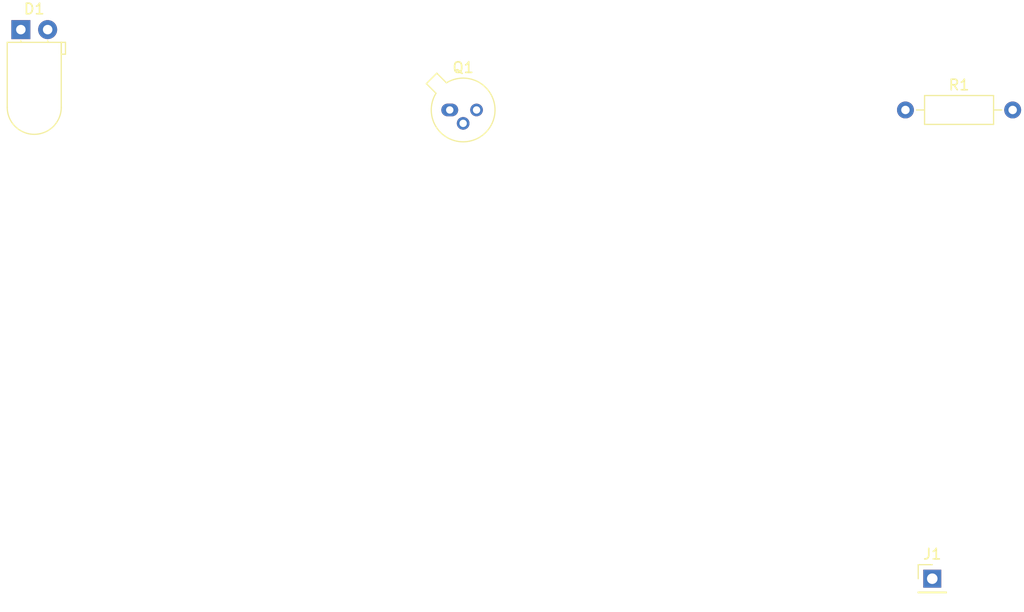
<source format=kicad_pcb>
(kicad_pcb (version 20171130) (host pcbnew 5.1.10-88a1d61d58~88~ubuntu18.04.1)

  (general
    (thickness 1.6)
    (drawings 0)
    (tracks 0)
    (zones 0)
    (modules 4)
    (nets 6)
  )

  (page A4)
  (layers
    (0 F.Cu signal)
    (31 B.Cu signal)
    (32 B.Adhes user)
    (33 F.Adhes user)
    (34 B.Paste user)
    (35 F.Paste user)
    (36 B.SilkS user)
    (37 F.SilkS user)
    (38 B.Mask user)
    (39 F.Mask user)
    (40 Dwgs.User user)
    (41 Cmts.User user)
    (42 Eco1.User user)
    (43 Eco2.User user)
    (44 Edge.Cuts user)
    (45 Margin user)
    (46 B.CrtYd user)
    (47 F.CrtYd user)
    (48 B.Fab user)
    (49 F.Fab user)
  )

  (setup
    (last_trace_width 0.25)
    (trace_clearance 0.2)
    (zone_clearance 0.508)
    (zone_45_only no)
    (trace_min 0.2)
    (via_size 0.8)
    (via_drill 0.4)
    (via_min_size 0.4)
    (via_min_drill 0.3)
    (uvia_size 0.3)
    (uvia_drill 0.1)
    (uvias_allowed no)
    (uvia_min_size 0.2)
    (uvia_min_drill 0.1)
    (edge_width 0.05)
    (segment_width 0.2)
    (pcb_text_width 0.3)
    (pcb_text_size 1.5 1.5)
    (mod_edge_width 0.12)
    (mod_text_size 1 1)
    (mod_text_width 0.15)
    (pad_size 1.524 1.524)
    (pad_drill 0.762)
    (pad_to_mask_clearance 0)
    (aux_axis_origin 0 0)
    (visible_elements FFFFFF7F)
    (pcbplotparams
      (layerselection 0x010fc_ffffffff)
      (usegerberextensions false)
      (usegerberattributes true)
      (usegerberadvancedattributes true)
      (creategerberjobfile true)
      (excludeedgelayer true)
      (linewidth 0.100000)
      (plotframeref false)
      (viasonmask false)
      (mode 1)
      (useauxorigin false)
      (hpglpennumber 1)
      (hpglpenspeed 20)
      (hpglpendiameter 15.000000)
      (psnegative false)
      (psa4output false)
      (plotreference true)
      (plotvalue true)
      (plotinvisibletext false)
      (padsonsilk false)
      (subtractmaskfromsilk false)
      (outputformat 1)
      (mirror false)
      (drillshape 1)
      (scaleselection 1)
      (outputdirectory ""))
  )

  (net 0 "")
  (net 1 "Net-(D1-Pad2)")
  (net 2 "Net-(Q1-Pad2)")
  (net 3 +3V3)
  (net 4 GND)
  (net 5 "Net-(J1-Pad1)")

  (net_class Default "This is the default net class."
    (clearance 0.2)
    (trace_width 0.25)
    (via_dia 0.8)
    (via_drill 0.4)
    (uvia_dia 0.3)
    (uvia_drill 0.1)
    (add_net +3V3)
    (add_net GND)
    (add_net "Net-(D1-Pad2)")
    (add_net "Net-(J1-Pad1)")
    (add_net "Net-(Q1-Pad2)")
  )

  (module Resistor_THT:R_Axial_DIN0207_L6.3mm_D2.5mm_P10.16mm_Horizontal (layer F.Cu) (tedit 5AE5139B) (tstamp 60BBD520)
    (at 166.37 80.01)
    (descr "Resistor, Axial_DIN0207 series, Axial, Horizontal, pin pitch=10.16mm, 0.25W = 1/4W, length*diameter=6.3*2.5mm^2, http://cdn-reichelt.de/documents/datenblatt/B400/1_4W%23YAG.pdf")
    (tags "Resistor Axial_DIN0207 series Axial Horizontal pin pitch 10.16mm 0.25W = 1/4W length 6.3mm diameter 2.5mm")
    (path /60BBF3BA)
    (fp_text reference R1 (at 5.08 -2.37) (layer F.SilkS)
      (effects (font (size 1 1) (thickness 0.15)))
    )
    (fp_text value 250 (at 5.08 2.37) (layer F.Fab)
      (effects (font (size 1 1) (thickness 0.15)))
    )
    (fp_text user %R (at 5.08 0) (layer F.Fab)
      (effects (font (size 1 1) (thickness 0.15)))
    )
    (fp_line (start 1.93 -1.25) (end 1.93 1.25) (layer F.Fab) (width 0.1))
    (fp_line (start 1.93 1.25) (end 8.23 1.25) (layer F.Fab) (width 0.1))
    (fp_line (start 8.23 1.25) (end 8.23 -1.25) (layer F.Fab) (width 0.1))
    (fp_line (start 8.23 -1.25) (end 1.93 -1.25) (layer F.Fab) (width 0.1))
    (fp_line (start 0 0) (end 1.93 0) (layer F.Fab) (width 0.1))
    (fp_line (start 10.16 0) (end 8.23 0) (layer F.Fab) (width 0.1))
    (fp_line (start 1.81 -1.37) (end 1.81 1.37) (layer F.SilkS) (width 0.12))
    (fp_line (start 1.81 1.37) (end 8.35 1.37) (layer F.SilkS) (width 0.12))
    (fp_line (start 8.35 1.37) (end 8.35 -1.37) (layer F.SilkS) (width 0.12))
    (fp_line (start 8.35 -1.37) (end 1.81 -1.37) (layer F.SilkS) (width 0.12))
    (fp_line (start 1.04 0) (end 1.81 0) (layer F.SilkS) (width 0.12))
    (fp_line (start 9.12 0) (end 8.35 0) (layer F.SilkS) (width 0.12))
    (fp_line (start -1.05 -1.5) (end -1.05 1.5) (layer F.CrtYd) (width 0.05))
    (fp_line (start -1.05 1.5) (end 11.21 1.5) (layer F.CrtYd) (width 0.05))
    (fp_line (start 11.21 1.5) (end 11.21 -1.5) (layer F.CrtYd) (width 0.05))
    (fp_line (start 11.21 -1.5) (end -1.05 -1.5) (layer F.CrtYd) (width 0.05))
    (pad 2 thru_hole oval (at 10.16 0) (size 1.6 1.6) (drill 0.8) (layers *.Cu *.Mask)
      (net 2 "Net-(Q1-Pad2)"))
    (pad 1 thru_hole circle (at 0 0) (size 1.6 1.6) (drill 0.8) (layers *.Cu *.Mask)
      (net 5 "Net-(J1-Pad1)"))
    (model ${KISYS3DMOD}/Resistor_THT.3dshapes/R_Axial_DIN0207_L6.3mm_D2.5mm_P10.16mm_Horizontal.wrl
      (at (xyz 0 0 0))
      (scale (xyz 1 1 1))
      (rotate (xyz 0 0 0))
    )
  )

  (module Connector_PinHeader_2.54mm:PinHeader_1x01_P2.54mm_Vertical (layer F.Cu) (tedit 59FED5CC) (tstamp 60BBD4E1)
    (at 168.91 124.46)
    (descr "Through hole straight pin header, 1x01, 2.54mm pitch, single row")
    (tags "Through hole pin header THT 1x01 2.54mm single row")
    (path /60BCA2D3)
    (fp_text reference J1 (at 0 -2.33) (layer F.SilkS)
      (effects (font (size 1 1) (thickness 0.15)))
    )
    (fp_text value Conn_01x01_Male (at 0 2.33) (layer F.Fab)
      (effects (font (size 1 1) (thickness 0.15)))
    )
    (fp_text user %R (at 0 0 90) (layer F.Fab)
      (effects (font (size 1 1) (thickness 0.15)))
    )
    (fp_line (start -0.635 -1.27) (end 1.27 -1.27) (layer F.Fab) (width 0.1))
    (fp_line (start 1.27 -1.27) (end 1.27 1.27) (layer F.Fab) (width 0.1))
    (fp_line (start 1.27 1.27) (end -1.27 1.27) (layer F.Fab) (width 0.1))
    (fp_line (start -1.27 1.27) (end -1.27 -0.635) (layer F.Fab) (width 0.1))
    (fp_line (start -1.27 -0.635) (end -0.635 -1.27) (layer F.Fab) (width 0.1))
    (fp_line (start -1.33 1.33) (end 1.33 1.33) (layer F.SilkS) (width 0.12))
    (fp_line (start -1.33 1.27) (end -1.33 1.33) (layer F.SilkS) (width 0.12))
    (fp_line (start 1.33 1.27) (end 1.33 1.33) (layer F.SilkS) (width 0.12))
    (fp_line (start -1.33 1.27) (end 1.33 1.27) (layer F.SilkS) (width 0.12))
    (fp_line (start -1.33 0) (end -1.33 -1.33) (layer F.SilkS) (width 0.12))
    (fp_line (start -1.33 -1.33) (end 0 -1.33) (layer F.SilkS) (width 0.12))
    (fp_line (start -1.8 -1.8) (end -1.8 1.8) (layer F.CrtYd) (width 0.05))
    (fp_line (start -1.8 1.8) (end 1.8 1.8) (layer F.CrtYd) (width 0.05))
    (fp_line (start 1.8 1.8) (end 1.8 -1.8) (layer F.CrtYd) (width 0.05))
    (fp_line (start 1.8 -1.8) (end -1.8 -1.8) (layer F.CrtYd) (width 0.05))
    (pad 1 thru_hole rect (at 0 0) (size 1.7 1.7) (drill 1) (layers *.Cu *.Mask)
      (net 5 "Net-(J1-Pad1)"))
    (model ${KISYS3DMOD}/Connector_PinHeader_2.54mm.3dshapes/PinHeader_1x01_P2.54mm_Vertical.wrl
      (at (xyz 0 0 0))
      (scale (xyz 1 1 1))
      (rotate (xyz 0 0 0))
    )
  )

  (module LED_THT:LED_D5.0mm_Horizontal_O1.27mm_Z3.0mm (layer F.Cu) (tedit 5880A862) (tstamp 60BBD4CC)
    (at 82.55 72.39)
    (descr "LED, diameter 5.0mm z-position of LED center 3.0mm, 2 pins")
    (tags "LED diameter 5.0mm z-position of LED center 3.0mm 2 pins")
    (path /60BB7583)
    (fp_text reference D1 (at 1.27 -1.96) (layer F.SilkS)
      (effects (font (size 1 1) (thickness 0.15)))
    )
    (fp_text value LED (at 1.27 10.93) (layer F.Fab)
      (effects (font (size 1 1) (thickness 0.15)))
    )
    (fp_arc (start 1.27 7.37) (end -1.29 7.37) (angle -180) (layer F.SilkS) (width 0.12))
    (fp_arc (start 1.27 7.37) (end -1.23 7.37) (angle -180) (layer F.Fab) (width 0.1))
    (fp_line (start -1.23 1.27) (end -1.23 7.37) (layer F.Fab) (width 0.1))
    (fp_line (start 3.77 1.27) (end 3.77 7.37) (layer F.Fab) (width 0.1))
    (fp_line (start -1.23 1.27) (end 3.77 1.27) (layer F.Fab) (width 0.1))
    (fp_line (start 4.17 1.27) (end 4.17 2.27) (layer F.Fab) (width 0.1))
    (fp_line (start 4.17 2.27) (end 3.77 2.27) (layer F.Fab) (width 0.1))
    (fp_line (start 3.77 2.27) (end 3.77 1.27) (layer F.Fab) (width 0.1))
    (fp_line (start 3.77 1.27) (end 4.17 1.27) (layer F.Fab) (width 0.1))
    (fp_line (start 0 0) (end 0 1.27) (layer F.Fab) (width 0.1))
    (fp_line (start 0 1.27) (end 0 1.27) (layer F.Fab) (width 0.1))
    (fp_line (start 0 1.27) (end 0 0) (layer F.Fab) (width 0.1))
    (fp_line (start 0 0) (end 0 0) (layer F.Fab) (width 0.1))
    (fp_line (start 2.54 0) (end 2.54 1.27) (layer F.Fab) (width 0.1))
    (fp_line (start 2.54 1.27) (end 2.54 1.27) (layer F.Fab) (width 0.1))
    (fp_line (start 2.54 1.27) (end 2.54 0) (layer F.Fab) (width 0.1))
    (fp_line (start 2.54 0) (end 2.54 0) (layer F.Fab) (width 0.1))
    (fp_line (start -1.29 1.21) (end -1.29 7.37) (layer F.SilkS) (width 0.12))
    (fp_line (start 3.83 1.21) (end 3.83 7.37) (layer F.SilkS) (width 0.12))
    (fp_line (start -1.29 1.21) (end 3.83 1.21) (layer F.SilkS) (width 0.12))
    (fp_line (start 4.23 1.21) (end 4.23 2.33) (layer F.SilkS) (width 0.12))
    (fp_line (start 4.23 2.33) (end 3.83 2.33) (layer F.SilkS) (width 0.12))
    (fp_line (start 3.83 2.33) (end 3.83 1.21) (layer F.SilkS) (width 0.12))
    (fp_line (start 3.83 1.21) (end 4.23 1.21) (layer F.SilkS) (width 0.12))
    (fp_line (start 0 1.08) (end 0 1.21) (layer F.SilkS) (width 0.12))
    (fp_line (start 0 1.21) (end 0 1.21) (layer F.SilkS) (width 0.12))
    (fp_line (start 0 1.21) (end 0 1.08) (layer F.SilkS) (width 0.12))
    (fp_line (start 0 1.08) (end 0 1.08) (layer F.SilkS) (width 0.12))
    (fp_line (start 2.54 1.08) (end 2.54 1.21) (layer F.SilkS) (width 0.12))
    (fp_line (start 2.54 1.21) (end 2.54 1.21) (layer F.SilkS) (width 0.12))
    (fp_line (start 2.54 1.21) (end 2.54 1.08) (layer F.SilkS) (width 0.12))
    (fp_line (start 2.54 1.08) (end 2.54 1.08) (layer F.SilkS) (width 0.12))
    (fp_line (start -1.95 -1.25) (end -1.95 10.2) (layer F.CrtYd) (width 0.05))
    (fp_line (start -1.95 10.2) (end 4.5 10.2) (layer F.CrtYd) (width 0.05))
    (fp_line (start 4.5 10.2) (end 4.5 -1.25) (layer F.CrtYd) (width 0.05))
    (fp_line (start 4.5 -1.25) (end -1.95 -1.25) (layer F.CrtYd) (width 0.05))
    (pad 2 thru_hole circle (at 2.54 0) (size 1.8 1.8) (drill 0.9) (layers *.Cu *.Mask)
      (net 1 "Net-(D1-Pad2)"))
    (pad 1 thru_hole rect (at 0 0) (size 1.8 1.8) (drill 0.9) (layers *.Cu *.Mask)
      (net 4 GND))
    (model ${KISYS3DMOD}/LED_THT.3dshapes/LED_D5.0mm_Horizontal_O1.27mm_Z3.0mm.wrl
      (at (xyz 0 0 0))
      (scale (xyz 1 1 1))
      (rotate (xyz 0 0 0))
    )
  )

  (module Package_TO_SOT_THT:TO-18-3 (layer F.Cu) (tedit 5A02FF81) (tstamp 60BBD3EB)
    (at 123.19 80.01)
    (descr TO-18-3)
    (tags TO-18-3)
    (path /60BBE546)
    (fp_text reference Q1 (at 1.27 -4.02) (layer F.SilkS)
      (effects (font (size 1 1) (thickness 0.15)))
    )
    (fp_text value BC108 (at 1.27 4.02) (layer F.Fab)
      (effects (font (size 1 1) (thickness 0.15)))
    )
    (fp_circle (center 1.27 0) (end 3.67 0) (layer F.Fab) (width 0.1))
    (fp_line (start 4.42 -3.5) (end -2.23 -3.5) (layer F.CrtYd) (width 0.05))
    (fp_line (start 4.42 3.15) (end 4.42 -3.5) (layer F.CrtYd) (width 0.05))
    (fp_line (start -2.23 3.15) (end 4.42 3.15) (layer F.CrtYd) (width 0.05))
    (fp_line (start -2.23 -3.5) (end -2.23 3.15) (layer F.CrtYd) (width 0.05))
    (fp_line (start -2.214448 -2.494499) (end -1.302281 -1.582331) (layer F.SilkS) (width 0.12))
    (fp_line (start -1.224499 -3.484448) (end -2.214448 -2.494499) (layer F.SilkS) (width 0.12))
    (fp_line (start -0.312331 -2.572281) (end -1.224499 -3.484448) (layer F.SilkS) (width 0.12))
    (fp_line (start -1.976616 -2.426372) (end -1.149301 -1.599057) (layer F.Fab) (width 0.1))
    (fp_line (start -1.156372 -3.246616) (end -1.976616 -2.426372) (layer F.Fab) (width 0.1))
    (fp_line (start -0.329057 -2.419301) (end -1.156372 -3.246616) (layer F.Fab) (width 0.1))
    (fp_text user %R (at 1.27 -4.02) (layer F.Fab)
      (effects (font (size 1 1) (thickness 0.15)))
    )
    (fp_arc (start 1.27 0) (end -0.329057 -2.419301) (angle 336.9) (layer F.Fab) (width 0.1))
    (fp_arc (start 1.27 0) (end -0.312331 -2.572281) (angle 333.2) (layer F.SilkS) (width 0.12))
    (pad 1 thru_hole oval (at 0 0) (size 1.6 1.2) (drill 0.7) (layers *.Cu *.Mask)
      (net 1 "Net-(D1-Pad2)"))
    (pad 2 thru_hole oval (at 1.27 1.27) (size 1.2 1.2) (drill 0.7) (layers *.Cu *.Mask)
      (net 2 "Net-(Q1-Pad2)"))
    (pad 3 thru_hole oval (at 2.54 0) (size 1.2 1.2) (drill 0.7) (layers *.Cu *.Mask)
      (net 3 +3V3))
    (model ${KISYS3DMOD}/Package_TO_SOT_THT.3dshapes/TO-18-3.wrl
      (at (xyz 0 0 0))
      (scale (xyz 1 1 1))
      (rotate (xyz 0 0 0))
    )
  )

)

</source>
